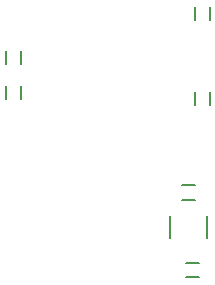
<source format=gbo>
G04 EAGLE Gerber RS-274X export*
G75*
%MOMM*%
%FSLAX34Y34*%
%LPD*%
%INSilkscreen Bottom*%
%IPPOS*%
%AMOC8*
5,1,8,0,0,1.08239X$1,22.5*%
G01*
G04 Define Apertures*
%ADD10C,0.127000*%
%ADD11C,0.152400*%
D10*
X-73714Y5500D02*
X-73714Y-5500D01*
X-86286Y-5500D02*
X-86286Y5500D01*
X-86286Y-24500D02*
X-86286Y-35500D01*
X-73714Y-35500D02*
X-73714Y-24500D01*
X65800Y-186386D02*
X76800Y-186386D01*
X76800Y-173814D02*
X65800Y-173814D01*
X63100Y-108114D02*
X74100Y-108114D01*
X74100Y-120686D02*
X63100Y-120686D01*
X73640Y-40500D02*
X73640Y-29500D01*
X86360Y-29500D02*
X86360Y-40500D01*
X73640Y31500D02*
X73640Y42500D01*
X86360Y42500D02*
X86360Y31500D01*
D11*
X52352Y-134029D02*
X52352Y-152571D01*
X83848Y-152571D02*
X83848Y-134029D01*
M02*

</source>
